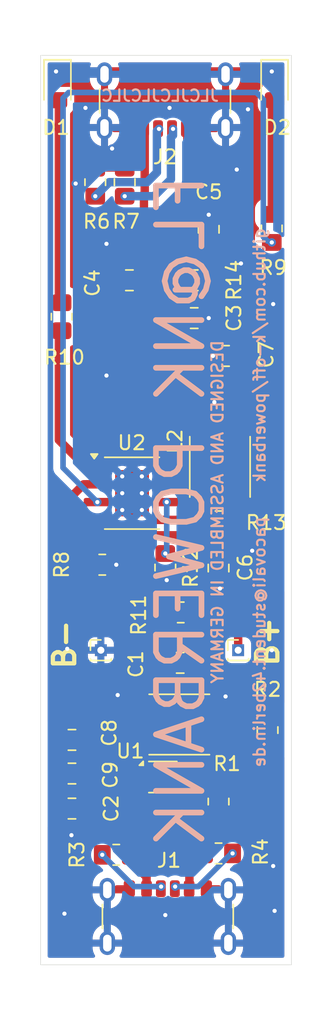
<source format=kicad_pcb>
(kicad_pcb (version 20241229) (generator "pcbnew") (generator_version "9.0")
  (layers (0 "F.Cu" signal "Front") (2 "B.Cu" signal "Back") (13 "F.Paste" user) (15 "B.Paste" user) (5 "F.SilkS" user "F.Silkscreen") (7 "B.SilkS" user "B.Silkscreen") (1 "F.Mask" user) (3 "B.Mask" user) (25 "Edge.Cuts" user))
  (net 0 "")
  (net 1 "GND")
  (net 2 "+BATT")
  (net 3 "Net-(U1-VOUT)")
  (net 4 "Net-(U2-VIN)")
  (net 5 "Net-(C5-Pad1)")
  (net 6 "Net-(U2-BAT)")
  (net 7 "Net-(D1-A)")
  (net 8 "Net-(D2-A)")
  (net 9 "Net-(J1-CC2)")
  (net 10 "Net-(J1-CC1)")
  (net 11 "Net-(J2-CC1)")
  (net 12 "Net-(J2-CC2)")
  (net 13 "Net-(U1-SW)")
  (net 14 "Net-(U2-SW)")
  (net 15 "Net-(U1-FB)")
  (net 16 "Net-(U2-NTC)")
  (net 17 "Net-(U2-LED2)")
  (net 18 "Net-(U2-LED1)")
  (net 19 "Net-(U2-Test)")
  (net 20 "Net-(U2-ICHG)")
  (footprint "LED_SMD:LED_0805_2012Metric_Pad1.15x1.40mm_HandSolder" (layer "F.Cu") (at 84 49.125 -90)
    (property "Reference" "D2" (at 2.975 -0.2 0) (layer "F.SilkS"))
    (property "Value" "LED_BLUE")
    (fp_line (start -1.86 0.96) (end 1 0.96) (stroke (width 0.12)) (layer "F.SilkS"))
    (fp_line (start -1.86 -0.96) (end -1.86 0.96) (stroke (width 0.12)) (layer "F.SilkS"))
    (fp_line (start 1 -0.96) (end -1.86 -0.96) (stroke (width 0.12)) (layer "F.SilkS"))
    (pad "1" smd roundrect (at -1.025 0 270) (size 1.15 1.4) (layers "F.Cu" "F.Mask" "F.Paste") (roundrect_rratio 0.217391) (net 1 "GND"))
    (pad "2" smd roundrect (at 1.025 0 270) (size 1.15 1.4) (layers "F.Cu" "F.Mask" "F.Paste") (roundrect_rratio 0.217391) (net 8 "Net-(D2-A)"))
  )
  (footprint "Capacitor_SMD:C_0805_2012Metric_Pad1.18x1.45mm_HandSolder" (layer "F.Cu") (at 77.2625 90.3 180)
    (property "Reference" "C1" (at 3.1625 -0.1 90) (layer "F.SilkS"))
    (property "Value" "10uF" (hide yes))
    (fp_line (start -0.261252 0.735) (end 0.261252 0.735) (stroke (width 0.12)) (layer "F.SilkS"))
    (fp_line (start -0.261252 -0.735) (end 0.261252 -0.735) (stroke (width 0.12)) (layer "F.SilkS"))
    (pad "1" smd roundrect (at -1.0375 0 180) (size 1.175 1.45) (layers "F.Cu" "F.Mask" "F.Paste") (roundrect_rratio 0.212766) (net 2 "+BATT"))
    (pad "2" smd roundrect (at 1.0375 0 180) (size 1.175 1.45) (layers "F.Cu" "F.Mask" "F.Paste") (roundrect_rratio 0.212766) (net 1 "GND"))
  )
  (footprint "Resistor_SMD:R_0805_2012Metric_Pad1.20x1.40mm_HandSolder" (layer "F.Cu") (at 71.2 56 90)
    (property "Reference" "R6" (at -2.8 0.1 180) (layer "F.SilkS"))
    (property "Value" "5.1k" (hide yes))
    (fp_line (start -0.227064 -0.735) (end 0.227064 -0.735) (stroke (width 0.12)) (layer "F.SilkS"))
    (fp_line (start -0.227064 0.735) (end 0.227064 0.735) (stroke (width 0.12)) (layer "F.SilkS"))
    (pad "1" smd roundrect (at -1 0 90) (size 1.2 1.4) (layers "F.Cu" "F.Mask" "F.Paste") (roundrect_rratio 0.208333) (net 12 "Net-(J2-CC2)"))
    (pad "2" smd roundrect (at 1 0 90) (size 1.2 1.4) (layers "F.Cu" "F.Mask" "F.Paste") (roundrect_rratio 0.208333) (net 1 "GND"))
  )
  (footprint "Resistor_SMD:R_0805_2012Metric_Pad1.20x1.40mm_HandSolder" (layer "F.Cu") (at 68.8 65.6 90)
    (property "Reference" "R10" (at -2.9 0.2 180) (layer "F.SilkS"))
    (property "Value" "500R" (hide yes))
    (fp_line (start -0.227064 -0.735) (end 0.227064 -0.735) (stroke (width 0.12)) (layer "F.SilkS"))
    (fp_line (start -0.227064 0.735) (end 0.227064 0.735) (stroke (width 0.12)) (layer "F.SilkS"))
    (pad "1" smd roundrect (at -1 0 90) (size 1.2 1.4) (layers "F.Cu" "F.Mask" "F.Paste") (roundrect_rratio 0.208333) (net 18 "Net-(U2-LED1)"))
    (pad "2" smd roundrect (at 1 0 90) (size 1.2 1.4) (layers "F.Cu" "F.Mask" "F.Paste") (roundrect_rratio 0.208333) (net 7 "Net-(D1-A)"))
  )
  (footprint "Resistor_SMD:R_0805_2012Metric_Pad1.20x1.40mm_HandSolder" (layer "F.Cu") (at 71.7 83.3 180)
    (property "Reference" "R8" (at 2.9 0 90) (layer "F.SilkS"))
    (property "Value" "51k" (hide yes))
    (fp_line (start -0.227064 0.735) (end 0.227064 0.735) (stroke (width 0.12)) (layer "F.SilkS"))
    (fp_line (start -0.227064 -0.735) (end 0.227064 -0.735) (stroke (width 0.12)) (layer "F.SilkS"))
    (pad "1" smd roundrect (at -1 0 180) (size 1.2 1.4) (layers "F.Cu" "F.Mask" "F.Paste") (roundrect_rratio 0.208333) (net 1 "GND"))
    (pad "2" smd roundrect (at 1 0 180) (size 1.2 1.4) (layers "F.Cu" "F.Mask" "F.Paste") (roundrect_rratio 0.208333) (net 16 "Net-(U2-NTC)"))
  )
  (footprint "Package_SO:SOIC-8-1EP_3.9x4.9mm_P1.27mm_EP2.41x3.3mm_ThermalVias" (layer "F.Cu") (at 73.825 78.195)
    (property "Reference" "U2" (at -0.025 -3.595 180) (layer "F.SilkS"))
    (property "Value" "IP2312-ESOP8" (hide yes))
    (fp_line (start 0 -2.56) (end -1.95 -2.56) (stroke (width 0.12)) (layer "F.SilkS"))
    (fp_line (start 0 -2.56) (end 1.95 -2.56) (stroke (width 0.12)) (layer "F.SilkS"))
    (fp_line (start 0 2.56) (end -1.95 2.56) (stroke (width 0.12)) (layer "F.SilkS"))
    (fp_line (start 0 2.56) (end 1.95 2.56) (stroke (width 0.12)) (layer "F.SilkS"))
    (fp_poly (pts (xy -2.7 -2.465) (xy -2.94 -2.795) (xy -2.46 -2.795)) (stroke (width 0.12)) (fill yes) (layer "F.SilkS"))
    (pad "1" smd roundrect (at -2.475 -1.905) (size 1.95 0.6) (layers "F.Cu" "F.Mask" "F.Paste") (net 18 "Net-(U2-LED1)"))
    (pad "2" smd roundrect (at -2.475 -0.635) (size 1.95 0.6) (layers "F.Cu" "F.Mask" "F.Paste") (net 19 "Net-(U2-Test)"))
    (pad "3" smd roundrect (at -2.475 0.635) (size 1.95 0.6) (layers "F.Cu" "F.Mask" "F.Paste") (net 17 "Net-(U2-LED2)"))
    (pad "4" smd roundrect (at -2.475 1.905) (size 1.95 0.6) (layers "F.Cu" "F.Mask" "F.Paste") (net 16 "Net-(U2-NTC)"))
    (pad "5" smd roundrect (at 2.475 1.905) (size 1.95 0.6) (layers "F.Cu" "F.Mask" "F.Paste") (net 6 "Net-(U2-BAT)"))
    (pad "6" smd roundrect (at 2.475 0.635) (size 1.95 0.6) (layers "F.Cu" "F.Mask" "F.Paste") (net 20 "Net-(U2-ICHG)"))
    (pad "7" smd roundrect (at 2.475 -0.635) (size 1.95 0.6) (layers "F.Cu" "F.Mask" "F.Paste") (net 14 "Net-(U2-SW)"))
    (pad "8" smd roundrect (at 2.475 -1.905) (size 1.95 0.6) (layers "F.Cu" "F.Mask" "F.Paste") (net 4 "Net-(U2-VIN)"))
    (pad "9" thru_hole circle (at -0.7 -1.2) (size 0.5 0.5) (drill 0.3) (property pad_prop_heatsink) (layers "*.Cu") (net 1 "GND"))
    (pad "9" thru_hole circle (at -0.7 0) (size 0.5 0.5) (drill 0.3) (property pad_prop_heatsink) (layers "*.Cu") (net 1 "GND"))
    (pad "9" thru_hole circle (at -0.7 1.2) (size 0.5 0.5) (drill 0.3) (property pad_prop_heatsink) (layers "*.Cu") (net 1 "GND"))
    (pad "9" smd rect (at 0 0) (size 1.9 2.9) (property pad_prop_heatsink) (layers "B.Cu") (net 1 "GND"))
    (pad "9" smd rect (at 0 0) (size 2.41 3.3) (property pad_prop_heatsink) (layers "F.Cu" "F.Mask") (net 1 "GND"))
    (pad "9" thru_hole circle (at 0.7 -1.2) (size 0.5 0.5) (drill 0.3) (property pad_prop_heatsink) (layers "*.Cu") (net 1 "GND"))
    (pad "9" thru_hole circle (at 0.7 0) (size 0.5 0.5) (drill 0.3) (property pad_prop_heatsink) (layers "*.Cu") (net 1 "GND"))
    (pad "9" thru_hole circle (at 0.7 1.2) (size 0.5 0.5) (drill 0.3) (property pad_prop_heatsink) (layers "*.Cu") (net 1 "GND"))
  )
  (footprint "Capacitor_SMD:C_0805_2012Metric_Pad1.18x1.45mm_HandSolder" (layer "F.Cu") (at 73.6375 63 180)
    (property "Reference" "C4" (at 2.6375 -0.2 270) (layer "F.SilkS"))
    (property "Value" "10uF" (hide yes))
    (fp_line (start -0.261252 0.735) (end 0.261252 0.735) (stroke (width 0.12)) (layer "F.SilkS"))
    (fp_line (start -0.261252 -0.735) (end 0.261252 -0.735) (stroke (width 0.12)) (layer "F.SilkS"))
    (pad "1" smd roundrect (at -1.0375 0 180) (size 1.175 1.45) (layers "F.Cu" "F.Mask" "F.Paste") (roundrect_rratio 0.212766) (net 4 "Net-(U2-VIN)"))
    (pad "2" smd roundrect (at 1.0375 0 180) (size 1.175 1.45) (layers "F.Cu" "F.Mask" "F.Paste") (roundrect_rratio 0.212766) (net 1 "GND"))
  )
  (footprint "Capacitor_SMD:C_0805_2012Metric_Pad1.18x1.45mm_HandSolder" (layer "F.Cu") (at 69.5375 100.7)
    (property "Reference" "C2" (at 2.8 0 90) (layer "F.SilkS"))
    (property "Value" "22uF" (hide yes))
    (fp_line (start -0.261252 -0.735) (end 0.261252 -0.735) (stroke (width 0.12)) (layer "F.SilkS"))
    (fp_line (start -0.261252 0.735) (end 0.261252 0.735) (stroke (width 0.12)) (layer "F.SilkS"))
    (pad "1" smd roundrect (at -1.0375 0) (size 1.175 1.45) (layers "F.Cu" "F.Mask" "F.Paste") (roundrect_rratio 0.212766) (net 1 "GND"))
    (pad "2" smd roundrect (at 1.0375 0) (size 1.175 1.45) (layers "F.Cu" "F.Mask" "F.Paste") (roundrect_rratio 0.212766) (net 3 "Net-(U1-VOUT)"))
  )
  (footprint "Capacitor_SMD:C_0805_2012Metric_Pad1.18x1.45mm_HandSolder" (layer "F.Cu") (at 69.5375 98.2)
    (property "Reference" "C9" (at 2.7375 0.1 90) (layer "F.SilkS"))
    (property "Value" "22uF" (hide yes))
    (fp_line (start -0.261252 -0.735) (end 0.261252 -0.735) (stroke (width 0.12)) (layer "F.SilkS"))
    (fp_line (start -0.261252 0.735) (end 0.261252 0.735) (stroke (width 0.12)) (layer "F.SilkS"))
    (pad "1" smd roundrect (at -1.0375 0) (size 1.175 1.45) (layers "F.Cu" "F.Mask" "F.Paste") (roundrect_rratio 0.212766) (net 1 "GND"))
    (pad "2" smd roundrect (at 1.0375 0) (size 1.175 1.45) (layers "F.Cu" "F.Mask" "F.Paste") (roundrect_rratio 0.212766) (net 3 "Net-(U1-VOUT)"))
  )
  (footprint "Resistor_SMD:R_0805_2012Metric_Pad1.20x1.40mm_HandSolder" (layer "F.Cu") (at 72.7 104)
    (property "Reference" "R3" (at -2.8 0 90) (layer "F.SilkS"))
    (property "Value" "10k" (hide yes))
    (fp_line (start -0.227064 -0.735) (end 0.227064 -0.735) (stroke (width 0.12)) (layer "F.SilkS"))
    (fp_line (start -0.227064 0.735) (end 0.227064 0.735) (stroke (width 0.12)) (layer "F.SilkS"))
    (pad "1" smd roundrect (at -1 0) (size 1.2 1.4) (layers "F.Cu" "F.Mask" "F.Paste") (roundrect_rratio 0.208333) (net 10 "Net-(J1-CC1)"))
    (pad "2" smd roundrect (at 1 0) (size 1.2 1.4) (layers "F.Cu" "F.Mask" "F.Paste") (roundrect_rratio 0.208333) (net 3 "Net-(U1-VOUT)"))
  )
  (footprint "Resistor_SMD:R_0805_2012Metric_Pad1.20x1.40mm_HandSolder" (layer "F.Cu") (at 83.8 59.3 90)
    (property "Reference" "R9" (at -2.8 0.1 180) (layer "F.SilkS"))
    (property "Value" "500R" (hide yes))
    (fp_line (start -0.227064 -0.735) (end 0.227064 -0.735) (stroke (width 0.12)) (layer "F.SilkS"))
    (fp_line (start -0.227064 0.735) (end 0.227064 0.735) (stroke (width 0.12)) (layer "F.SilkS"))
    (pad "1" smd roundrect (at -1 0 90) (size 1.2 1.4) (layers "F.Cu" "F.Mask" "F.Paste") (roundrect_rratio 0.208333) (net 17 "Net-(U2-LED2)"))
    (pad "2" smd roundrect (at 1 0 90) (size 1.2 1.4) (layers "F.Cu" "F.Mask" "F.Paste") (roundrect_rratio 0.208333) (net 8 "Net-(D2-A)"))
  )
  (footprint "Connector_USB:USB_C_Receptacle_GCT_USB4125-xx-x_6P_TopMnt_Horizontal" (layer "F.Cu") (at 76.38 109.5)
    (property "Reference" "J1" (at 0.08 -5.1 0) (layer "F.SilkS"))
    (property "Value" "USB_C_OUT")
    (fp_line (start -4.67 -0.25) (end -4.67 -1.95) (stroke (width 0.12)) (layer "F.SilkS"))
    (fp_line (start 4.67 -0.25) (end 4.67 -1.95) (stroke (width 0.12)) (layer "F.SilkS"))
    (pad "A5" smd roundrect (at -0.5 -3.08) (size 0.7 1.2) (layers "F.Cu" "F.Mask" "F.Paste") (net 10 "Net-(J1-CC1)"))
    (pad "A9" smd roundrect (at 1.52 -3.08 180) (size 0.76 1.2) (layers "F.Cu" "F.Mask" "F.Paste") (net 3 "Net-(U1-VOUT)"))
    (pad "A12" smd roundrect (at 2.75 -3.08 180) (size 0.8 1.2) (layers "F.Cu" "F.Mask" "F.Paste") (net 1 "GND"))
    (pad "B5" smd roundrect (at 0.5 -3.08 180) (size 0.7 1.2) (layers "F.Cu" "F.Mask" "F.Paste") (net 9 "Net-(J1-CC2)"))
    (pad "B9" smd roundrect (at -1.52 -3.08) (size 0.76 1.2) (layers "F.Cu" "F.Mask" "F.Paste") (net 3 "Net-(U1-VOUT)"))
    (pad "B12" smd roundrect (at -2.75 -3.08) (size 0.8 1.2) (layers "F.Cu" "F.Mask" "F.Paste") (net 1 "GND"))
    (pad "S1" thru_hole oval (at -4.32 -3) (size 1.1 1.7) (drill oval 0.6 1.2) (property pad_prop_heatsink) (layers "*.Cu" "*.Mask" "F.Paste") (net 1 "GND"))
    (pad "S1" thru_hole oval (at -4.32 0.8) (size 1.1 1.7) (drill oval 0.6 1.2) (property pad_prop_heatsink) (layers "*.Cu" "*.Mask" "F.Paste") (net 1 "GND"))
    (pad "S1" thru_hole oval (at 4.32 -3) (size 1.1 1.7) (drill oval 0.6 1.2) (property pad_prop_heatsink) (layers "*.Cu" "*.Mask" "F.Paste") (net 1 "GND"))
    (pad "S1" thru_hole oval (at 4.32 0.8) (size 1.1 1.7) (drill oval 0.6 1.2) (property pad_prop_heatsink) (layers "*.Cu" "*.Mask" "F.Paste") (net 1 "GND"))
  )
  (footprint "Resistor_SMD:R_0805_2012Metric_Pad1.20x1.40mm_HandSolder" (layer "F.Cu") (at 83.5 95.1 -90)
    (property "Reference" "R2" (at -2.9 0 180) (layer "F.SilkS"))
    (property "Value" "100k" (hide yes))
    (fp_line (start -0.227064 0.735) (end 0.227064 0.735) (stroke (width 0.12)) (layer "F.SilkS"))
    (fp_line (start -0.227064 -0.735) (end 0.227064 -0.735) (stroke (width 0.12)) (layer "F.SilkS"))
    (pad "1" smd roundrect (at -1 0 270) (size 1.2 1.4) (layers "F.Cu" "F.Mask" "F.Paste") (roundrect_rratio 0.208333) (net 1 "GND"))
    (pad "2" smd roundrect (at 1 0 270) (size 1.2 1.4) (layers "F.Cu" "F.Mask" "F.Paste") (roundrect_rratio 0.208333) (net 15 "Net-(U1-FB)"))
  )
  (footprint "Capacitor_SMD:C_0805_2012Metric_Pad1.18x1.45mm_HandSolder" (layer "F.Cu") (at 80.5 68.4 180)
    (property "Reference" "C7" (at -2.9 0.1 90) (layer "F.SilkS"))
    (property "Value" "22uF" (hide yes))
    (fp_line (start -0.261252 0.735) (end 0.261252 0.735) (stroke (width 0.12)) (layer "F.SilkS"))
    (fp_line (start -0.261252 -0.735) (end 0.261252 -0.735) (stroke (width 0.12)) (layer "F.SilkS"))
    (pad "1" smd roundrect (at -1.0375 0 180) (size 1.175 1.45) (layers "F.Cu" "F.Mask" "F.Paste") (roundrect_rratio 0.212766) (net 2 "+BATT"))
    (pad "2" smd roundrect (at 1.0375 0 180) (size 1.175 1.45) (layers "F.Cu" "F.Mask" "F.Paste") (roundrect_rratio 0.212766) (net 1 "GND"))
  )
  (footprint "Resistor_SMD:R_0805_2012Metric_Pad1.20x1.40mm_HandSolder" (layer "F.Cu") (at 73.3 56 90)
    (property "Reference" "R7" (at -2.8 0.1 180) (layer "F.SilkS"))
    (property "Value" "5.1k" (hide yes))
    (fp_line (start -0.227064 -0.735) (end 0.227064 -0.735) (stroke (width 0.12)) (layer "F.SilkS"))
    (fp_line (start -0.227064 0.735) (end 0.227064 0.735) (stroke (width 0.12)) (layer "F.SilkS"))
    (pad "1" smd roundrect (at -1 0 90) (size 1.2 1.4) (layers "F.Cu" "F.Mask" "F.Paste") (roundrect_rratio 0.208333) (net 11 "Net-(J2-CC1)"))
    (pad "2" smd roundrect (at 1 0 90) (size 1.2 1.4) (layers "F.Cu" "F.Mask" "F.Paste") (roundrect_rratio 0.208333) (net 1 "GND"))
  )
  (footprint "LED_SMD:LED_0805_2012Metric_Pad1.15x1.40mm_HandSolder" (layer "F.Cu") (at 68.5 49.125 -90)
    (property "Reference" "D1" (at 2.975 0.1 0) (layer "F.SilkS"))
    (property "Value" "LED_RED")
    (fp_line (start -1.86 0.96) (end 1 0.96) (stroke (width 0.12)) (layer "F.SilkS"))
    (fp_line (start -1.86 -0.96) (end -1.86 0.96) (stroke (width 0.12)) (layer "F.SilkS"))
    (fp_line (start 1 -0.96) (end -1.86 -0.96) (stroke (width 0.12)) (layer "F.SilkS"))
    (pad "1" smd roundrect (at -1.025 0 270) (size 1.15 1.4) (layers "F.Cu" "F.Mask" "F.Paste") (roundrect_rratio 0.217391) (net 1 "GND"))
    (pad "2" smd roundrect (at 1.025 0 270) (size 1.15 1.4) (layers "F.Cu" "F.Mask" "F.Paste") (roundrect_rratio 0.217391) (net 7 "Net-(D1-A)"))
  )
  (footprint "Resistor_SMD:R_0805_2012Metric_Pad1.20x1.40mm_HandSolder" (layer "F.Cu") (at 80 103.9 180)
    (property "Reference" "R4" (at -3 0.1 90) (layer "F.SilkS"))
    (property "Value" "10k" (hide yes))
    (fp_line (start -0.227064 0.735) (end 0.227064 0.735) (stroke (width 0.12)) (layer "F.SilkS"))
    (fp_line (start -0.227064 -0.735) (end 0.227064 -0.735) (stroke (width 0.12)) (layer "F.SilkS"))
    (pad "1" smd roundrect (at -1 0 180) (size 1.2 1.4) (layers "F.Cu" "F.Mask" "F.Paste") (roundrect_rratio 0.208333) (net 9 "Net-(J1-CC2)"))
    (pad "2" smd roundrect (at 1 0 180) (size 1.2 1.4) (layers "F.Cu" "F.Mask" "F.Paste") (roundrect_rratio 0.208333) (net 3 "Net-(U1-VOUT)"))
  )
  (footprint "Capacitor_SMD:C_0805_2012Metric_Pad1.18x1.45mm_HandSolder" (layer "F.Cu") (at 69.5375 95.8)
    (property "Reference" "C8" (at 2.6625 -0.5 90) (layer "F.SilkS"))
    (property "Value" "22uF" (hide yes))
    (fp_line (start -0.261252 -0.735) (end 0.261252 -0.735) (stroke (width 0.12)) (layer "F.SilkS"))
    (fp_line (start -0.261252 0.735) (end 0.261252 0.735) (stroke (width 0.12)) (layer "F.SilkS"))
    (pad "1" smd roundrect (at -1.0375 0) (size 1.175 1.45) (layers "F.Cu" "F.Mask" "F.Paste") (roundrect_rratio 0.212766) (net 1 "GND"))
    (pad "2" smd roundrect (at 1.0375 0) (size 1.175 1.45) (layers "F.Cu" "F.Mask" "F.Paste") (roundrect_rratio 0.212766) (net 3 "Net-(U1-VOUT)"))
  )
  (footprint "Connector_PinHeader_1.00mm:PinHeader_1x01_P1.00mm_Vertical" (layer "F.Cu") (at 81.4 89.4)
    (property "Reference" "REF**" (hide yes))
    (property "Value" "PinHeader_1x01_P1.00mm_Vertical" (hide yes))
    (fp_line (start -0.745 -0.735) (end 0 -0.735) (stroke (width 0.12)) (layer "F.SilkS"))
    (fp_line (start -0.745 0) (end -0.745 -0.735) (stroke (width 0.12)) (layer "F.SilkS"))
    (fp_line (start -0.745 0.735) (end -0.745 0.61) (stroke (width 0.12)) (layer "F.SilkS"))
    (fp_line (start -0.745 0.735) (end -0.685565 0.735) (stroke (width 0.12)) (layer "F.SilkS"))
    (fp_line (start -0.745 0.735) (end 0.745 0.735) (stroke (width 0.12)) (layer "F.SilkS"))
    (fp_line (start 0.685565 0.735) (end 0.745 0.735) (stroke (width 0.12)) (layer "F.SilkS"))
    (fp_line (start 0.745 0.735) (end 0.745 0.61) (stroke (width 0.12)) (layer "F.SilkS"))
    (pad "1" thru_hole rect (at 0 0) (size 0.85 0.85) (drill 0.5) (layers "*.Cu" "*.Mask") (net 2 "+BATT"))
  )
  (footprint "Capacitor_SMD:C_0805_2012Metric_Pad1.18x1.45mm_HandSolder" (layer "F.Cu") (at 79.3 59.3625 90)
    (property "Reference" "C5" (at 2.6625 0 180) (layer "F.SilkS"))
    (property "Value" "10uF" (hide yes))
    (fp_line (start -0.261252 -0.735) (end 0.261252 -0.735) (stroke (width 0.12)) (layer "F.SilkS"))
    (fp_line (start -0.261252 0.735) (end 0.261252 0.735) (stroke (width 0.12)) (layer "F.SilkS"))
    (pad "1" smd roundrect (at -1.0375 0 90) (size 1.175 1.45) (layers "F.Cu" "F.Mask" "F.Paste") (roundrect_rratio 0.212766) (net 5 "Net-(C5-Pad1)"))
    (pad "2" smd roundrect (at 1.0375 0 90) (size 1.175 1.45) (layers "F.Cu" "F.Mask" "F.Paste") (roundrect_rratio 0.212766) (net 1 "GND"))
  )
  (footprint "Capacitor_SMD:C_0805_2012Metric_Pad1.18x1.45mm_HandSolder" (layer "F.Cu") (at 78.2625 65.7)
    (property "Reference" "C3" (at 2.8375 0 270) (layer "F.SilkS"))
    (property "Value" "22uF" (hide yes))
    (fp_line (start -0.261252 -0.735) (end 0.261252 -0.735) (stroke (width 0.12)) (layer "F.SilkS"))
    (fp_line (start -0.261252 0.735) (end 0.261252 0.735) (stroke (width 0.12)) (layer "F.SilkS"))
    (pad "1" smd roundrect (at -1.0375 0) (size 1.175 1.45) (layers "F.Cu" "F.Mask" "F.Paste") (roundrect_rratio 0.212766) (net 4 "Net-(U2-VIN)"))
    (pad "2" smd roundrect (at 1.0375 0) (size 1.175 1.45) (layers "F.Cu" "F.Mask" "F.Paste") (roundrect_rratio 0.212766) (net 1 "GND"))
  )
  (footprint "Resistor_SMD:R_0805_2012Metric_Pad1.20x1.40mm_HandSolder" (layer "F.Cu") (at 77.3 86.7)
    (property "Reference" "R11" (at -3 0.2 90) (layer "F.SilkS"))
    (property "Value" "1k" (hide yes))
    (fp_line (start -0.227064 -0.735) (end 0.227064 -0.735) (stroke (width 0.12)) (layer "F.SilkS"))
    (fp_line (start -0.227064 0.735) (end 0.227064 0.735) (stroke (width 0.12)) (layer "F.SilkS"))
    (pad "1" smd roundrect (at -1 0) (size 1.2 1.4) (layers "F.Cu" "F.Mask" "F.Paste") (roundrect_rratio 0.208333) (net 19 "Net-(U2-Test)"))
    (pad "2" smd roundrect (at 1 0) (size 1.2 1.4) (layers "F.Cu" "F.Mask" "F.Paste") (roundrect_rratio 0.208333) (net 2 "+BATT"))
  )
  (footprint "Resistor_SMD:R_0805_2012Metric_Pad1.20x1.40mm_HandSolder" (layer "F.Cu") (at 80 100.2 -90)
    (property "Reference" "R1" (at -2.7 -0.6 180) (layer "F.SilkS"))
    (property "Value" "732k" (hide yes))
    (fp_line (start -0.227064 0.735) (end 0.227064 0.735) (stroke (width 0.12)) (layer "F.SilkS"))
    (fp_line (start -0.227064 -0.735) (end 0.227064 -0.735) (stroke (width 0.12)) (layer "F.SilkS"))
    (pad "1" smd roundrect (at -1 0 270) (size 1.2 1.4) (layers "F.Cu" "F.Mask" "F.Paste") (roundrect_rratio 0.208333) (net 15 "Net-(U1-FB)"))
    (pad "2" smd roundrect (at 1 0 270) (size 1.2 1.4) (layers "F.Cu" "F.Mask" "F.Paste") (roundrect_rratio 0.208333) (net 3 "Net-(U1-VOUT)"))
  )
  (footprint "Package_DFN_QFN:Texas_RWU0007A_VQFN-7_2x2mm_P0.5mm" (layer "F.Cu") (at 76.025 98.45)
    (property "Reference" "U1" (at -2.325 -1.85 0) (layer "F.SilkS"))
    (property "Value" "TPS61022" (hide yes))
    (fp_line (start -1 -1.11) (end 1 -1.11) (stroke (width 0.12)) (layer "F.SilkS"))
    (fp_line (start 1 1.11) (end -1 1.11) (stroke (width 0.12)) (layer "F.SilkS"))
    (fp_poly (pts (xy -1.4 -0.84) (xy -1.68 -0.84) (xy -1.4 -1.12) (xy -1.4 -0.84)) (stroke (width 0.12)) (fill yes) (layer "F.SilkS"))
    (pad "1" smd roundrect (at -0.625 -0.55) (size 1.15 0.35) (layers "F.Cu" "F.Mask") (net 1 "GND"))
    (pad "2" smd roundrect (at -0.475 0) (size 1.45 0.2) (layers "F.Cu" "F.Mask") (net 13 "Net-(U1-SW)"))
    (pad "3" smd roundrect (at -0.625 0.55) (size 1.15 0.35) (layers "F.Cu" "F.Mask") (net 3 "Net-(U1-VOUT)"))
    (pad "4" smd roundrect (at 0.975 0.75) (size 0.45 0.25) (layers "F.Cu" "F.Mask" "F.Paste") (net 15 "Net-(U1-FB)"))
    (pad "5" smd roundrect (at 0.975 0.25) (size 0.45 0.25) (layers "F.Cu" "F.Mask" "F.Paste") (net 2 "+BATT"))
    (pad "6" smd roundrect (at 0.975 -0.25) (size 0.45 0.25) (layers "F.Cu" "F.Mask" "F.Paste") (net 2 "+BATT"))
    (pad "7" smd roundrect (at 0.975 -0.75) (size 0.45 0.25) (layers "F.Cu" "F.Mask" "F.Paste") (net 2 "+BATT"))
  )
  (footprint "Connector_PinHeader_1.00mm:PinHeader_1x01_P1.00mm_Vertical" (layer "F.Cu") (at 71.6 89.4)
    (property "Reference" "REF**" (hide yes))
    (property "Value" "PinHeader_1x01_P1.00mm_Vertical" (hide yes))
    (fp_line (start -0.745 -0.735) (end 0 -0.735) (stroke (width 0.12)) (layer "F.SilkS"))
    (fp_line (start -0.745 0) (end -0.745 -0.735) (stroke (width 0.12)) (layer "F.SilkS"))
    (fp_line (start -0.745 0.735) (end -0.745 0.61) (stroke (width 0.12)) (layer "F.SilkS"))
    (fp_line (start -0.745 0.735) (end -0.685565 0.735) (stroke (width 0.12)) (layer "F.SilkS"))
    (fp_line (start -0.745 0.735) (end 0.745 0.735) (stroke (width 0.12)) (layer "F.SilkS"))
    (fp_line (start 0.685565 0.735) (end 0.745 0.735) (stroke (width 0.12)) (layer "F.SilkS"))
    (fp_line (start 0.745 0.735) (end 0.745 0.61) (stroke (width 0.12)) (layer "F.SilkS"))
    (pad "1" thru_hole rect (at 0 0) (size 0.85 0.85) (drill 0.5) (layers "*.Cu" "*.Mask") (net 1 "GND"))
  )
  (footprint "Resistor_SMD:R_0805_2012Metric_Pad1.20x1.40mm_HandSolder" (layer "F.Cu") (at 76.2 83.5 90)
    (property "Reference" "R12" (at 0 1.8 90) (layer "F.SilkS"))
    (property "Value" "45k" (hide yes))
    (fp_line (start -0.227064 -0.735) (end 0.227064 -0.735) (stroke (width 0.12)) (layer "F.SilkS"))
    (fp_line (start -0.227064 0.735) (end 0.227064 0.735) (stroke (width 0.12)) (layer "F.SilkS"))
    (pad "1" smd roundrect (at -1 0 90) (size 1.2 1.4) (layers "F.Cu" "F.Mask" "F.Paste") (roundrect_rratio 0.208333) (net 1 "GND"))
    (pad "2" smd roundrect (at 1 0 90) (size 1.2 1.4) (layers "F.Cu" "F.Mask" "F.Paste") (roundrect_rratio 0.208333) (net 20 "Net-(U2-ICHG)"))
  )
  (footprint "Resistor_SMD:R_0805_2012Metric_Pad1.20x1.40mm_HandSolder" (layer "F.Cu") (at 78.3 63)
    (property "Reference" "R14" (at 2.8 0 270) (layer "F.SilkS"))
    (property "Value" "2R" (hide yes))
    (fp_line (start -0.227064 -0.735) (end 0.227064 -0.735) (stroke (width 0.12)) (layer "F.SilkS"))
    (fp_line (start -0.227064 0.735) (end 0.227064 0.735) (stroke (width 0.12)) (layer "F.SilkS"))
    (pad "1" smd roundrect (at -1 0) (size 1.2 1.4) (layers "F.Cu" "F.Mask" "F.Paste") (roundrect_rratio 0.208333) (net 4 "Net-(U2-VIN)"))
    (pad "2" smd roundrect (at 1 0) (size 1.2 1.4) (layers "F.Cu" "F.Mask" "F.Paste") (roundrect_rratio 0.208333) (net 5 "Net-(C5-Pad1)"))
  )
  (footprint "Inductor_SMD:L_Coilcraft_XxL4030" (layer "F.Cu") (at 80.1 76.315 90)
    (property "Reference" "L2" (at 1.815 -3.2 90) (layer "F.SilkS"))
    (property "Value" "1uH" (hide yes))
    (fp_line (start -2.154 -2.154) (end 2.154 -2.154) (stroke (width 0.12)) (layer "F.SilkS"))
    (fp_line (start 2.154 2.154) (end -2.154 2.154) (stroke (width 0.12)) (layer "F.SilkS"))
    (pad "1" smd rect (at -1.185 0 90) (size 0.98 3.4) (layers "F.Cu" "F.Mask" "F.Paste") (net 14 "Net-(U2-SW)"))
    (pad "2" smd rect (at 1.185 0 90) (size 0.98 3.4) (layers "F.Cu" "F.Mask" "F.Paste") (net 2 "+BATT"))
  )
  (footprint "Capacitor_SMD:C_0805_2012Metric_Pad1.18x1.45mm_HandSolder" (layer "F.Cu") (at 80 83.5375 -90)
    (property "Reference" "C6" (at -0.0375 -1.9 270) (layer "F.SilkS"))
    (property "Value" "22uF" (hide yes))
    (fp_line (start -0.261252 0.735) (end 0.261252 0.735) (stroke (width 0.12)) (layer "F.SilkS"))
    (fp_line (start -0.261252 -0.735) (end 0.261252 -0.735) (stroke (width 0.12)) (layer "F.SilkS"))
    (pad "1" smd roundrect (at -1.0375 0 270) (size 1.175 1.45) (layers "F.Cu" "F.Mask" "F.Paste") (roundrect_rratio 0.212766) (net 6 "Net-(U2-BAT)"))
    (pad "2" smd roundrect (at 1.0375 0 270) (size 1.175 1.45) (layers "F.Cu" "F.Mask" "F.Paste") (roundrect_rratio 0.212766) (net 1 "GND"))
  )
  (footprint "Inductor_SMD:L_Coilcraft_XxL4030" (layer "F.Cu") (at 77.2 94.7 180)
    (property "Reference" "L1" (hide yes))
    (property "Value" "1uH" (hide yes))
    (fp_line (start 2.154 2.154) (end -2.154 2.154) (stroke (width 0.12)) (layer "F.SilkS"))
    (fp_line (start -2.154 -2.154) (end 2.154 -2.154) (stroke (width 0.12)) (layer "F.SilkS"))
    (pad "1" smd rect (at -1.185 0 180) (size 0.98 3.4) (layers "F.Cu" "F.Mask" "F.Paste") (net 2 "+BATT"))
    (pad "2" smd rect (at 1.185 0 180) (size 0.98 3.4) (layers "F.Cu" "F.Mask" "F.Paste") (net 13 "Net-(U1-SW)"))
  )
  (footprint "Resistor_SMD:R_0805_2012Metric_Pad1.20x1.40mm_HandSolder" (layer "F.Cu") (at 80 80.2)
    (property "Reference" "R13" (at 3.4 0.1 180) (layer "F.SilkS"))
    (property "Value" "0.5R" (hide yes))
    (fp_line (start -0.227064 -0.735) (end 0.227064 -0.735) (stroke (width 0.12)) (layer "F.SilkS"))
    (fp_line (start -0.227064 0.735) (end 0.227064 0.735) (stroke (width 0.12)) (layer "F.SilkS"))
    (pad "1" smd roundrect (at -1 0) (size 1.2 1.4) (layers "F.Cu" "F.Mask" "F.Paste") (roundrect_rratio 0.208333) (net 6 "Net-(U2-BAT)"))
    (pad "2" smd roundrect (at 1 0) (size 1.2 1.4) (layers "F.Cu" "F.Mask" "F.Paste") (roundrect_rratio 0.208333) (net 2 "+BATT"))
  )
  (footprint "Connector_USB:USB_C_Receptacle_GCT_USB4125-xx-x_6P_TopMnt_Horizontal" (layer "F.Cu") (at 76.18 49.1 180)
    (property "Reference" "J2" (at 0 -5.1 0) (layer "F.SilkS"))
    (property "Value" "USB_C_IN")
    (fp_line (start 4.67 -0.25) (end 4.67 -1.95) (stroke (width 0.12)) (layer "F.SilkS"))
    (fp_line (start -4.67 -0.25) (end -4.67 -1.95) (stroke (width 0.12)) (layer "F.SilkS"))
    (pad "A5" smd roundrect (at -0.5 -3.08 180) (size 0.7 1.2) (layers "F.Cu" "F.Mask" "F.Paste") (net 11 "Net-(J2-CC1)"))
    (pad "A9" smd roundrect (at 1.52 -3.08) (size 0.76 1.2) (layers "F.Cu" "F.Mask" "F.Paste") (net 4 "Net-(U2-VIN)"))
    (pad "A12" smd roundrect (at 2.75 -3.08) (size 0.8 1.2) (layers "F.Cu" "F.Mask" "F.Paste") (net 1 "GND"))
    (pad "B5" smd roundrect (at 0.5 -3.08) (size 0.7 1.2) (layers "F.Cu" "F.Mask" "F.Paste") (net 12 "Net-(J2-CC2)"))
    (pad "B9" smd roundrect (at -1.52 -3.08 180) (size 0.76 1.2) (layers "F.Cu" "F.Mask" "F.Paste") (net 4 "Net-(U2-VIN)"))
    (pad "B12" smd roundrect (at -2.75 -3.08 180) (size 0.8 1.2) (layers "F.Cu" "F.Mask" "F.Paste") (net 1 "GND"))
    (pad "S1" thru_hole oval (at -4.32 -3 180) (size 1.1 1.7) (drill oval 0.6 1.2) (property pad_prop_heatsink) (layers "*.Cu" "*.Mask" "F.Paste") (net 1 "GND"))
    (pad "S1" thru_hole oval (at -4.32 0.8 180) (size 1.1 1.7) (drill oval 0.6 1.2) (property pad_prop_heatsink) (layers "*.Cu" "*.Mask" "F.Paste") (net 1 "GND"))
    (pad "S1" thru_hole oval (at 4.32 -3 180) (size 1.1 1.7) (drill oval 0.6 1.2) (property pad_prop_heatsink) (layers "*.Cu" "*.Mask" "F.Paste") (net 1 "GND"))
    (pad "S1" thru_hole oval (at 4.32 0.8 180) (size 1.1 1.7) (drill oval 0.6 1.2) (property pad_prop_heatsink) (layers "*.Cu" "*.Mask" "F.Paste") (net 1 "GND"))
  )
  (gr_rect (start 67.3 46.95) (end 85.2 111.85) (stroke (width 0.0381)) (fill no) (layer "Edge.Cuts"))
  (gr_text "B-" (at 69.9 90.9 90) (layer "F.SilkS") (effects (font (size 1.524 1.524) (thickness 0.3048) (bold yes)) (justify left bottom)))
  (gr_text "B+" (at 84.4 90.7 90) (layer "F.SilkS") (effects (font (size 1.524 1.524) (thickness 0.3048) (bold yes)) (justify left bottom)))
  (gr_text "DESIGNED AND ASSEMBLED IN GERMANY" (at 80.4 67.2 90) (layer "B.SilkS") (effects (font (size 0.8128 0.8128) (thickness 0.1524) (bold yes)) (justify left bottom mirror)))
  (gr_text "JLCJLCJLCJLC" (at 80.1 50.3 0) (layer "B.SilkS") (effects (font (size 0.8128 0.8128) (thickness 0.1524) (bold yes)) (justify left bottom mirror)))
  (gr_text "FL@NK POWERBANK" (at 79.2 55.2 90) (layer "B.SilkS") (effects (font (size 3.2512 3.2512)) (justify left bottom mirror)))
  (gr_text "github.com/k-off/powerbank    pacovali@student.42berlin.de" (at 83.4 59.2 90) (layer "B.SilkS") (effects (font (size 0.8128 0.8128) (thickness 0.1524) (bold yes)) (justify left bottom mirror)))
  (segment (start 83.8 48.1) (end 80.7 48.1) (width 0.6) (layer "F.Cu") (net 1))
  (segment (start 70.5 49.2) (end 70.5 50.7) (width 0.6) (layer "F.Cu") (net 1))
  (segment (start 80.7 48.1) (end 80.5 48.3) (width 0.6) (layer "F.Cu") (net 1))
  (segment (start 75.4 97.9) (end 74.8 97.3) (width 0.6) (layer "F.Cu") (net 1))
  (segment (start 75.4 97.9) (end 75.4 97.2) (width 0.6) (layer "F.Cu") (net 1))
  (segment (start 68.4 48.1) (end 68.4 48.8) (width 0.6) (layer "F.Cu") (net 1))
  (segment (start 68.4 48.8) (end 68.5 48.9) (width 0.6) (layer "F.Cu") (net 1))
  (segment (start 80.5 48.3) (end 80.3 48.1) (width 0.6) (layer "F.Cu") (net 1))
  (segment (start 68.5 48.1) (end 71.66 48.1) (width 0.6) (layer "F.Cu") (net 1))
  (segment (start 75.4 97.9) (end 73.1 97.9) (width 0.6) (layer "F.Cu") (net 1))
  (segment (start 74.9 96.7) (end 73.2 96.7) (width 0.6) (layer "F.Cu") (net 1))
  (segment (start 72.06 48.1) (end 71.86 48.3) (width 0.6) (layer "F.Cu") (net 1))
  (segment (start 75.4 97.2) (end 75 96.8) (width 0.6) (layer "F.Cu") (net 1))
  (segment (start 70.2 48.9) (end 70.5 49.2) (width 0.6) (layer "F.Cu") (net 1))
  (segment (start 68.5 48.9) (end 70.2 48.9) (width 0.6) (layer "F.Cu") (net 1))
  (segment (start 75 96.8) (end 74.9 96.7) (width 0.6) (layer "F.Cu") (net 1))
  (segment (start 80.3 48.1) (end 72.06 48.1) (width 0.6) (layer "F.Cu") (net 1))
  (segment (start 74.8 97.3) (end 73.2 97.3) (width 0.6) (layer "F.Cu") (net 1))
  (segment (start 83.9 48.1) (end 83.8 48.1) (width 0.6) (layer "F.Cu") (net 1))
  (segment (start 71.66 48.1) (end 71.86 48.3) (width 0.4) (layer "F.Cu") (net 1))
  (via (at 69.5 102.6) (size 0.6) (drill 0.3) (layers "F.Cu" "B.Cu") (net 1))
  (via (at 81.6 61.8) (size 0.6) (drill 0.3) (layers "F.Cu" "B.Cu") (net 1))
  (via (at 80.1 85) (size 0.6) (drill 0.3) (layers "F.Cu" "B.Cu") (net 1))
  (via (at 70.5 50.7) (size 0.6) (drill 0.3) (layers "F.Cu" "B.Cu") (net 1))
  (via (at 72 60.4) (size 0.6) (drill 0.3) (layers "F.Cu" "B.Cu") (net 1))
  (via (at 79.6 68.4) (size 0.6) (drill 0.3) (layers "F.Cu" "B.Cu") (net 1))
  (via (at 83.8 48.1) (size 0.6) (drill 0.3) (layers "F.Cu" "B.Cu") (net 1))
  (via (at 72.8 92.6) (size 0.6) (drill 0.3) (layers "F.Cu" "B.Cu") (net 1))
  (via (at 83.9 64.7) (size 0.6) (drill 0.3) (layers "F.Cu" "B.Cu") (net 1))
  (via (at 72.7 83.3) (size 0.6) (drill 0.3) (layers "F.Cu" "B.Cu") (net 1))
  (via (at 82.1 50.8) (size 0.6) (drill 0.3) (layers "F.Cu" "B.Cu") (net 1))
  (via (at 83.9 104.8) (size 0.6) (drill 0.3) (layers "F.Cu" "B.Cu") (net 1))
  (via (at 76.3 84.4) (size 0.6) (drill 0.3) (layers "F.Cu" "B.Cu") (net 1))
  (via (at 81.3 55.1) (size 0.6) (drill 0.3) (layers "F.Cu" "B.Cu") (net 1))
  (via (at 83.8 89.4) (size 0.6) (drill 0.3) (layers "F.Cu" "B.Cu") (net 1))
  (via (at 69 108.2) (size 0.6) (drill 0.3) (layers "F.Cu" "B.Cu") (net 1))
  (via (at 69.8 56.1) (size 0.6) (drill 0.3) (layers "F.Cu" "B.Cu") (net 1))
  (via (at 79.3 65.7) (size 0.6) (drill 0.3) (layers "F.Cu" "B.Cu") (net 1))
  (via (at 82.4 82.3) (size 0.6) (drill 0.3) (layers "F.Cu" "B.Cu") (net 1))
  (via (at 84 108) (size 0.6) (drill 0.3) (layers "F.Cu" "B.Cu") (net 1))
  (via (at 80.5 92.7) (size 0.6) (drill 0.3) (layers "F.Cu" "B.Cu") (net 1))
  (via (at 72.4 53.6) (size 0.6) (drill 0.3) (layers "F.Cu" "B.Cu") (net 1))
  (via (at 69.2 89.3) (size 0.6) (drill 0.3) (layers "F.Cu" "B.Cu") (net 1))
  (via (at 76.5 50.7) (size 0.6) (drill 0.3) (layers "F.Cu" "B.Cu") (net 1))
  (via (at 79.7 71.7) (size 0.6) (drill 0.3) (layers "F.Cu" "B.Cu") (net 1))
  (via (at 79.3 58.325) (size 0.6) (drill 0.3) (layers "F.Cu" "B.Cu") (net 1))
  (via (at 76.2 108.3) (size 0.6) (drill 0.3) (layers "F.Cu" "B.Cu") (net 1))
  (via (at 72 69.8) (size 0.6) (drill 0.3) (layers "F.Cu" "B.Cu") (net 1))
  (via (at 68.4 48.1) (size 0.6) (drill 0.3) (layers "F.Cu" "B.Cu") (net 1))
  (segment (start 68.4 48.7) (end 68.3 48.8) (width 0.6) (layer "B.Cu") (net 1))
  (segment (start 68.4 48.1) (end 68.4 48.7) (width 0.6) (layer "B.Cu") (net 1))
  (segment (start 68.4 48.1) (end 71.66 48.1) (width 0.6) (layer "B.Cu") (net 1))
  (segment (start 71.66 48.1) (end 71.86 48.3) (width 0.6) (layer "B.Cu") (net 1))
  (segment (start 80.13 75.1) (end 80.1 75.13) (width 0.6) (layer "F.Cu") (net 2))
  (segment (start 77 98.2) (end 78.385 96.815) (width 0.4) (layer "F.Cu") (net 2))
  (segment (start 78.385 94.7) (end 78.385 90.385) (width 0.6) (layer "F.Cu") (net 2))
  (segment (start 81.5375 68.4) (end 83.3 70.1625) (width 0.6) (layer "F.Cu") (net 2))
  (segment (start 83.3 70.1625) (end 83.3 73.6) (width 0.6) (layer "F.Cu") (net 2))
  (segment (start 78.385 90.385) (end 78.3 90.3) (width 0.6) (layer "F.Cu") (net 2))
  (segment (start 81.8 86.7) (end 81.4 87.1) (width 0.6) (layer "F.Cu") (net 2))
  (segment (start 77 97.6) (end 78.385 96.215) (width 0.4) (layer "F.Cu") (net 2))
  (segment (start 81.6 80.2) (end 81 80.2) (width 0.6) (layer "F.Cu") (net 2))
  (segment (start 78.7 95.015) (end 78.385 94.7) (width 0.2) (layer "F.Cu") (net 2))
  (segment (start 84.1 77.4) (end 81.8 75.1) (width 0.6) (layer "F.Cu") (net 2))
  (segment (start 84.1 77.7) (end 81.6 80.2) (width 0.6) (layer "F.Cu") (net 2))
  (segment (start 84.1 84.4) (end 84.1 77.4) (width 0.6) (layer "F.Cu") (net 2))
  (segment (start 81.8 86.7) (end 84.1 84.4) (width 0.6) (layer "F.Cu") (net 2))
  (segment (start 78.385 96.815) (end 78.385 94.7) (width 0.4) (layer "F.Cu") (net 2))
  (segment (start 78.3 86.7) (end 81.8 86.7) (width 0.6) (layer "F.Cu") (net 2))
  (segment (start 81.4 87.1) (end 81.4 89.2) (width 0.6) (layer "F.Cu") (net 2))
  (segment (start 84.1 77.4) (end 84.1 77.7) (width 0.6) (layer "F.Cu") (net 2))
  (segment (start 78.3 90.3) (end 78.3 86.7) (width 0.6) (layer "F.Cu") (net 2))
  (segment (start 78.385 96.215) (end 78.385 94.7) (width 0.4) (layer "F.Cu") (net 2))
  (segment (start 77 98.65) (end 78.7 96.95) (width 0.4) (layer "F.Cu") (net 2))
  (segment (start 81.8 75.1) (end 80.13 75.1) (width 0.6) (layer "F.Cu") (net 2))
  (segment (start 83.3 73.6) (end 81.8 75.1) (width 0.6) (layer "F.Cu") (net 2))
  (segment (start 78.7 96.95) (end 78.7 95.015) (width 0.4) (layer "F.Cu") (net 2))
  (segment (start 78.7 103.6) (end 79 103.9) (width 0.6) (layer "F.Cu") (net 3))
  (segment (start 70.575 100.7) (end 70.575 98.2) (width 0.6) (layer "F.Cu") (net 3))
  (segment (start 75.4 99.8) (end 78.7 103.1) (width 0.6) (layer "F.Cu") (net 3))
  (segment (start 79.8 101.4) (end 80 101.2) (width 0.6) (layer "F.Cu") (net 3))
  (segment (start 73.8 103.9) (end 73.7 104) (width 0.4) (layer "F.Cu") (net 3))
  (segment (start 74.86 106.42) (end 74.86 105.58) (width 0.6) (layer "F.Cu") (net 3))
  (segment (start 75.4 99) (end 75.1 99.3) (width 0.4) (layer "F.Cu") (net 3))
  (segment (start 73.7 100.7) (end 73.8 100.6) (width 0.6) (layer "F.Cu") (net 3))
  (segment (start 73.8 100.6) (end 73.8 103.9) (width 0.6) (layer "F.Cu") (net 3))
  (segment (start 75.4 99) (end 77.800001 101.4) (width 0.6) (layer "F.Cu") (net 3))
  (segment (start 78.7 103.1) (end 78.7 103.6) (width 0.6) (layer "F.Cu") (net 3))
  (segment (start 75.4 99.5) (end 75.4 99.8) (width 0.6) (layer "F.Cu") (net 3))
  (segment (start 77.92 104.98) (end 77.92 106.2675) (width 0.6) (layer "F.Cu") (net 3))
  (segment (start 77.800001 101.4) (end 79.8 101.4) (width 0.6) (layer "F.Cu") (net 3))
  (segment (start 70.575 100.7) (end 73.7 100.7) (width 0.6) (layer "F.Cu") (net 3))
  (segment (start 75.4 99) (end 75.4 99.5) (width 0.4) (layer "F.Cu") (net 3))
  (segment (start 74.86 105.58) (end 73.7 104.42) (width 0.6) (layer "F.Cu") (net 3))
  (segment (start 73.7 104.42) (end 73.7 104) (width 0.4) (layer "F.Cu") (net 3))
  (segment (start 75.4 99) (end 73.8 100.6) (width 0.6) (layer "F.Cu") (net 3))
  (segment (start 70.575 98.2) (end 70.575 95.8) (width 0.6) (layer "F.Cu") (net 3))
  (segment (start 79 103.9) (end 77.92 104.98) (width 0.6) (layer "F.Cu") (net 3))
  (segment (start 77.77 61.53) (end 77.77 52.2) (width 0.6) (layer "F.Cu") (net 4))
  (segment (start 76.3 66.625) (end 76.3 76.29) (width 0.6) (layer "F.Cu") (net 4))
  (segment (start 74.73 56.7925) (end 74.675 56.8475) (width 0.6) (layer "F.Cu") (net 4))
  (segment (start 74.675 63) (end 74.675 75.175) (width 0.6) (layer "F.Cu") (net 4))
  (segment (start 75.79 76.29) (end 76.3 76.29) (width 0.6) (layer "F.Cu") (net 4))
  (segment (start 77.3 62) (end 77.77 61.53) (width 0.6) (layer "F.Cu") (net 4))
  (segment (start 77.3 63) (end 77.3 65.625) (width 0.6) (layer "F.Cu") (net 4))
  (segment (start 77.3 65.625) (end 76.3 66.625) (width 0.6) (layer "F.Cu") (net 4))
  (segment (start 74.675 56.8475) (end 74.675 63) (width 0.6) (layer "F.Cu") (net 4))
  (segment (start 77.3 65.625) (end 77.225 65.7) (width 0.4) (layer "F.Cu") (net 4))
  (segment (start 77.3 62) (end 77.3 63) (width 0.6) (layer "F.Cu") (net 4))
  (segment (start 74.675 75.175) (end 75.79 76.29) (width 0.6) (layer "F.Cu") (net 4))
  (segment (start 74.73 52.2) (end 74.73 56.7925) (width 0.6) (layer "F.Cu") (net 4))
  (segment (start 79.2625 60.1) (end 79.2625 62.9625) (width 0.6) (layer "F.Cu") (net 5))
  (segment (start 79.2625 62.9625) (end 79.3 63) (width 0.4) (layer "F.Cu") (net 5))
  (segment (start 79 80.2) (end 76.4 80.2) (width 0.4) (layer "F.Cu") (net 6))
  (segment (start 79 80.2) (end 79 81.5) (width 0.4) (layer "F.Cu") (net 6))
  (segment (start 80 82.5) (end 80.1 82.4) (width 0.4) (layer "F.Cu") (net 6))
  (segment (start 76.4 80.2) (end 76.3 80.1) (width 0.4) (layer "F.Cu") (net 6))
  (segment (start 79 81.5) (end 80 82.5) (width 0.4) (layer "F.Cu") (net 6))
  (segment (start 68.8 50.45) (end 68.5 50.15) (width 0.4) (layer "F.Cu") (net 7))
  (segment (start 68.6 64.4) (end 68.6 50.65) (width 0.6) (layer "F.Cu") (net 7))
  (segment (start 68.6 50.65) (end 68.8 50.45) (width 0.6) (layer "F.Cu") (net 7))
  (segment (start 68.8 64.6) (end 68.6 64.4) (width 0.6) (layer "F.Cu") (net 7))
  (segment (start 83.8 58.3) (end 83.8 50.35) (width 0.6) (layer "F.Cu") (net 8))
  (segment (start 83.8 50.35) (end 84 50.15) (width 0.6) (layer "F.Cu") (net 8))
  (via (at 81 103.9) (size 0.6) (drill 0.3) (layers "F.Cu" "B.Cu") (net 9))
  (via (at 76.9 106.2675) (size 0.6) (drill 0.3) (layers "F.Cu" "B.Cu") (net 9))
  (segment (start 81 103.9) (end 80.916523 103.9) (width 0.4) (layer "B.Cu") (net 9))
  (segment (start 80.916523 103.9) (end 78.549023 106.2675) (width 0.4) (layer "B.Cu") (net 9))
  (segment (start 78.549023 106.2675) (end 76.9 106.2675) (width 0.4) (layer "B.Cu") (net 9))
  (via (at 75.9 106.2675) (size 0.6) (drill 0.3) (layers "F.Cu" "B.Cu") (net 10))
  (via (at 71.7 104) (size 0.6) (drill 0.3) (layers "F.Cu" "B.Cu") (net 10))
  (segment (start 73.9675 106.2675) (end 75.9 106.2675) (width 0.4) (layer "B.Cu") (net 10))
  (segment (start 71.7 104) (end 73.9675 106.2675) (width 0.4) (layer "B.Cu") (net 10))
  (via (at 73.3 57) (size 0.6) (drill 0.3) (layers "F.Cu" "B.Cu") (net 11))
  (via (at 76.75 52.2) (size 0.6) (drill 0.3) (layers "F.Cu" "B.Cu") (net 11))
  (segment (start 75.4 57) (end 76.6 55.8) (width 0.6) (layer "B.Cu") (net 11))
  (segment (start 76.75 52.2) (end 76.75 52.65) (width 0.6) (layer "B.Cu") (net 11))
  (segment (start 76.75 52.65) (end 76.6 52.8) (width 0.6) (layer "B.Cu") (net 11))
  (segment (start 73.3 57) (end 75.4 57) (width 0.6) (layer "B.Cu") (net 11))
  (segment (start 76.6 55.8) (end 76.6 52.8) (width 0.6) (layer "B.Cu") (net 11))
  (via (at 71.2 57) (size 0.6) (drill 0.3) (layers "F.Cu" "B.Cu") (net 12))
  (via (at 75.75 52.2) (size 0.6) (drill 0.3) (layers "F.Cu" "B.Cu") (net 12))
  (segment (start 75.75 52.2) (end 75.6 52.35) (width 0.6) (layer "B.Cu") (net 12))
  (segment (start 75.6 55.3) (end 74.9 56) (width 0.6) (layer "B.Cu") (net 12))
  (segment (start 72.2 56) (end 71.2 57) (width 0.6) (layer "B.Cu") (net 12))
  (segment (start 75.6 52.35) (end 75.6 55.3) (width 0.6) (layer "B.Cu") (net 12))
  (segment (start 74.9 56) (end 72.2 56) (width 0.6) (layer "B.Cu") (net 12))
  (segment (start 76.4 95.085) (end 76.4 98.45) (width 0.2) (layer "F.Cu") (net 13))
  (segment (start 76.4 98.45) (end 75.55 98.45) (width 0.2) (layer "F.Cu") (net 13))
  (segment (start 76.015 94.7) (end 76.4 95.085) (width 0.2) (layer "F.Cu") (net 13))
  (segment (start 78.44 77.56) (end 76.3 77.56) (width 0.6) (layer "F.Cu") (net 14))
  (segment (start 76.3 77.56) (end 76.44 77.7) (width 0.4) (layer "F.Cu") (net 14))
  (segment (start 80 99.2) (end 77 99.2) (width 0.4) (layer "F.Cu") (net 15))
  (segment (start 80 99.2) (end 80.4 99.2) (width 0.4) (layer "F.Cu") (net 15))
  (segment (start 80.4 99.2) (end 83.5 96.1) (width 0.4) (layer "F.Cu") (net 15))
  (segment (start 70.7 83.3) (end 71 83) (width 0.4) (layer "F.Cu") (net 16))
  (segment (start 71 83) (end 71 80.45) (width 0.4) (layer "F.Cu") (net 16))
  (segment (start 71 80.45) (end 71.35 80.1) (width 0.4) (layer "F.Cu") (net 16))
  (via (at 83.8 60.3) (size 0.6) (drill 0.3) (layers "F.Cu" "B.Cu") (net 17))
  (via (at 71.35 78.83) (size 0.6) (drill 0.3) (layers "F.Cu" "B.Cu") (net 17))
  (segment (start 68.9 50) (end 68.9 76.38) (width 0.4) (layer "B.Cu") (net 17))
  (segment (start 68.9 76.38) (end 71.35 78.83) (width 0.4) (layer "B.Cu") (net 17))
  (segment (start 83.2 50.1) (end 82.7 49.6) (width 0.4) (layer "B.Cu") (net 17))
  (segment (start 83.5 60.2) (end 83.2 59.9) (width 0.4) (layer "B.Cu") (net 17))
  (segment (start 82.7 49.6) (end 69.3 49.6) (width 0.4) (layer "B.Cu") (net 17))
  (segment (start 69.3 49.6) (end 68.9 50) (width 0.4) (layer "B.Cu") (net 17))
  (segment (start 83.2 59.9) (end 83.2 50.1) (width 0.4) (layer "B.Cu") (net 17))
  (segment (start 70.49 76.29) (end 68.6 74.4) (width 0.6) (layer "F.Cu") (net 18))
  (segment (start 68.6 74.4) (end 68.6 66.8) (width 0.6) (layer "F.Cu") (net 18))
  (segment (start 68.6 66.8) (end 68.8 66.6) (width 0.6) (layer "F.Cu") (net 18))
  (segment (start 71.35 76.29) (end 70.49 76.29) (width 0.6) (layer "F.Cu") (net 18))
  (segment (start 68.4 79.535001) (end 70.375001 77.56) (width 0.6) (layer "F.Cu") (net 19))
  (segment (start 68.4 84.9) (end 70.2 86.7) (width 0.6) (layer "F.Cu") (net 19))
  (segment (start 70.375001 77.56) (end 71.35 77.56) (width 0.6) (layer "F.Cu") (net 19))
  (segment (start 68.4 84.9) (end 68.4 79.535001) (width 0.6) (layer "F.Cu") (net 19))
  (segment (start 70.2 86.7) (end 76.3 86.7) (width 0.6) (layer "F.Cu") (net 19))
  (via (at 76.3 78.83) (size 0.6) (drill 0.3) (layers "F.Cu" "B.Cu") (net 20))
  (via (at 76.2 82.5) (size 0.6) (drill 0.3) (layers "F.Cu" "B.Cu") (net 20))
  (segment (start 76.3 82.4) (end 76.2 82.5) (width 0.4) (layer "B.Cu") (net 20))
  (segment (start 76.3 78.83) (end 76.3 82.4) (width 0.4) (layer "B.Cu") (net 20))
  (zone (net 1) (net_name "GND") (layers "F.Cu" "B.Cu") (connect_pads (clearance 0.5)) (min_thickness 0.25) (fill yes (thermal_gap 0.5) (thermal_bridge_width 0.5))
    (polygon (pts (xy 86.206706 43.1) (xy 88.106476 116.091093) (xy 64.4 115) (xy 65.1 43) (xy 74.5 43.1)))
  )
)
</source>
